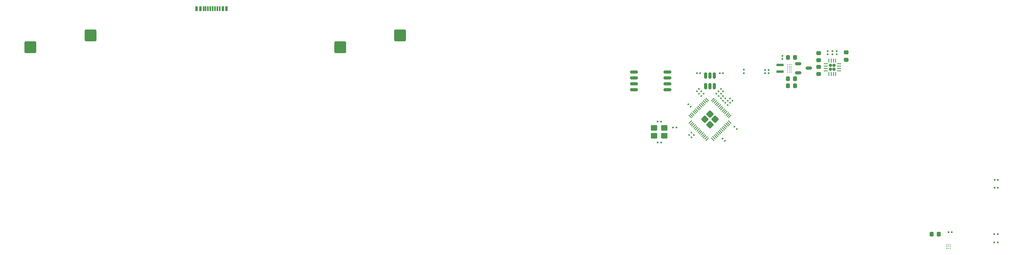
<source format=gbr>
%TF.GenerationSoftware,KiCad,Pcbnew,9.0.3*%
%TF.CreationDate,2025-07-16T09:35:22-04:00*%
%TF.ProjectId,board,626f6172-642e-46b6-9963-61645f706362,rev?*%
%TF.SameCoordinates,Original*%
%TF.FileFunction,Paste,Bot*%
%TF.FilePolarity,Positive*%
%FSLAX46Y46*%
G04 Gerber Fmt 4.6, Leading zero omitted, Abs format (unit mm)*
G04 Created by KiCad (PCBNEW 9.0.3) date 2025-07-16 09:35:22*
%MOMM*%
%LPD*%
G01*
G04 APERTURE LIST*
G04 Aperture macros list*
%AMRoundRect*
0 Rectangle with rounded corners*
0 $1 Rounding radius*
0 $2 $3 $4 $5 $6 $7 $8 $9 X,Y pos of 4 corners*
0 Add a 4 corners polygon primitive as box body*
4,1,4,$2,$3,$4,$5,$6,$7,$8,$9,$2,$3,0*
0 Add four circle primitives for the rounded corners*
1,1,$1+$1,$2,$3*
1,1,$1+$1,$4,$5*
1,1,$1+$1,$6,$7*
1,1,$1+$1,$8,$9*
0 Add four rect primitives between the rounded corners*
20,1,$1+$1,$2,$3,$4,$5,0*
20,1,$1+$1,$4,$5,$6,$7,0*
20,1,$1+$1,$6,$7,$8,$9,0*
20,1,$1+$1,$8,$9,$2,$3,0*%
G04 Aperture macros list end*
%ADD10RoundRect,0.250000X1.025000X1.000000X-1.025000X1.000000X-1.025000X-1.000000X1.025000X-1.000000X0*%
%ADD11R,0.300000X1.100000*%
%ADD12R,0.600000X1.100000*%
%ADD13RoundRect,0.079500X0.014849X-0.127279X0.127279X-0.014849X-0.014849X0.127279X-0.127279X0.014849X0*%
%ADD14RoundRect,0.079500X0.079500X0.100500X-0.079500X0.100500X-0.079500X-0.100500X0.079500X-0.100500X0*%
%ADD15RoundRect,0.079500X-0.100500X0.079500X-0.100500X-0.079500X0.100500X-0.079500X0.100500X0.079500X0*%
%ADD16RoundRect,0.079500X-0.014849X0.127279X-0.127279X0.014849X0.014849X-0.127279X0.127279X-0.014849X0*%
%ADD17RoundRect,0.079500X0.127279X0.014849X0.014849X0.127279X-0.127279X-0.014849X-0.014849X-0.127279X0*%
%ADD18RoundRect,0.249999X0.558616X0.000000X0.000000X0.558616X-0.558616X0.000000X0.000000X-0.558616X0*%
%ADD19RoundRect,0.050000X0.309359X-0.238649X-0.238649X0.309359X-0.309359X0.238649X0.238649X-0.309359X0*%
%ADD20RoundRect,0.050000X0.309359X0.238649X0.238649X0.309359X-0.309359X-0.238649X-0.238649X-0.309359X0*%
%ADD21RoundRect,0.225000X-0.250000X0.225000X-0.250000X-0.225000X0.250000X-0.225000X0.250000X0.225000X0*%
%ADD22RoundRect,0.079500X-0.127279X-0.014849X-0.014849X-0.127279X0.127279X0.014849X0.014849X0.127279X0*%
%ADD23RoundRect,0.225000X0.225000X0.250000X-0.225000X0.250000X-0.225000X-0.250000X0.225000X-0.250000X0*%
%ADD24RoundRect,0.162500X0.650000X0.162500X-0.650000X0.162500X-0.650000X-0.162500X0.650000X-0.162500X0*%
%ADD25RoundRect,0.079500X0.100500X-0.079500X0.100500X0.079500X-0.100500X0.079500X-0.100500X-0.079500X0*%
%ADD26C,0.270000*%
%ADD27RoundRect,0.225000X-0.225000X-0.250000X0.225000X-0.250000X0.225000X0.250000X-0.225000X0.250000X0*%
%ADD28RoundRect,0.160000X0.160000X0.160000X-0.160000X0.160000X-0.160000X-0.160000X0.160000X-0.160000X0*%
%ADD29RoundRect,0.062500X0.375000X0.062500X-0.375000X0.062500X-0.375000X-0.062500X0.375000X-0.062500X0*%
%ADD30RoundRect,0.062500X0.062500X0.375000X-0.062500X0.375000X-0.062500X-0.375000X0.062500X-0.375000X0*%
%ADD31RoundRect,0.225000X0.250000X-0.225000X0.250000X0.225000X-0.250000X0.225000X-0.250000X-0.225000X0*%
%ADD32RoundRect,0.250000X-0.450000X-0.350000X0.450000X-0.350000X0.450000X0.350000X-0.450000X0.350000X0*%
%ADD33RoundRect,0.079500X-0.079500X-0.100500X0.079500X-0.100500X0.079500X0.100500X-0.079500X0.100500X0*%
%ADD34RoundRect,0.150000X-0.512500X-0.150000X0.512500X-0.150000X0.512500X0.150000X-0.512500X0.150000X0*%
%ADD35RoundRect,0.137500X-0.662500X0.137500X-0.662500X-0.137500X0.662500X-0.137500X0.662500X0.137500X0*%
%ADD36RoundRect,0.150000X0.150000X-0.512500X0.150000X0.512500X-0.150000X0.512500X-0.150000X-0.512500X0*%
G04 APERTURE END LIST*
D10*
%TO.C,SW1*%
X36785000Y-32240000D03*
X23858000Y-34780000D03*
%TD*%
%TO.C,SW2*%
X103385000Y-32240000D03*
X90458000Y-34780000D03*
%TD*%
D11*
%TO.C,J1*%
X61080750Y-26450000D03*
X62080750Y-26450000D03*
X63580750Y-26450000D03*
X64580750Y-26450000D03*
D12*
X65230750Y-26450000D03*
X66030750Y-26450000D03*
D11*
X64080750Y-26450000D03*
X63080750Y-26450000D03*
X62580750Y-26450000D03*
X61580750Y-26450000D03*
D12*
X60430750Y-26450000D03*
X59630750Y-26450000D03*
%TD*%
D13*
%TO.C,C21*%
X173821912Y-47255905D03*
X174309816Y-46768001D03*
%TD*%
D14*
%TO.C,R16*%
X231890000Y-65050000D03*
X231200000Y-65050000D03*
%TD*%
D15*
%TO.C,R7*%
X182592501Y-39697500D03*
X182592501Y-40387500D03*
%TD*%
D14*
%TO.C,R19*%
X231850000Y-76750000D03*
X231160000Y-76750000D03*
%TD*%
D16*
%TO.C,C19*%
X166036665Y-53202673D03*
X165548761Y-53690577D03*
%TD*%
D14*
%TO.C,R18*%
X231850000Y-75000000D03*
X231160000Y-75000000D03*
%TD*%
D17*
%TO.C,C10*%
X168653938Y-44780055D03*
X168166034Y-44292151D03*
%TD*%
D13*
%TO.C,C9*%
X173326937Y-46760930D03*
X173814841Y-46273026D03*
%TD*%
D14*
%TO.C,C36*%
X222025000Y-74590000D03*
X221335000Y-74590000D03*
%TD*%
D16*
%TO.C,C17*%
X171834943Y-44293127D03*
X171347039Y-44781031D03*
%TD*%
D18*
%TO.C,U1*%
X170000000Y-51431371D03*
X171131371Y-50300000D03*
X168868629Y-50300000D03*
X170000000Y-49168629D03*
D19*
X174269157Y-50892202D03*
X173986314Y-51175045D03*
X173703472Y-51457887D03*
X173420629Y-51740730D03*
X173137786Y-52023573D03*
X172854944Y-52306415D03*
X172572101Y-52589258D03*
X172289258Y-52872101D03*
X172006415Y-53154944D03*
X171723573Y-53437786D03*
X171440730Y-53720629D03*
X171157887Y-54003472D03*
X170875045Y-54286314D03*
X170592202Y-54569157D03*
D20*
X169407798Y-54569157D03*
X169124955Y-54286314D03*
X168842113Y-54003472D03*
X168559270Y-53720629D03*
X168276427Y-53437786D03*
X167993585Y-53154944D03*
X167710742Y-52872101D03*
X167427899Y-52589258D03*
X167145056Y-52306415D03*
X166862214Y-52023573D03*
X166579371Y-51740730D03*
X166296528Y-51457887D03*
X166013686Y-51175045D03*
X165730843Y-50892202D03*
D19*
X165730843Y-49707798D03*
X166013686Y-49424955D03*
X166296528Y-49142113D03*
X166579371Y-48859270D03*
X166862214Y-48576427D03*
X167145056Y-48293585D03*
X167427899Y-48010742D03*
X167710742Y-47727899D03*
X167993585Y-47445056D03*
X168276427Y-47162214D03*
X168559270Y-46879371D03*
X168842113Y-46596528D03*
X169124955Y-46313686D03*
X169407798Y-46030843D03*
D20*
X170592202Y-46030843D03*
X170875045Y-46313686D03*
X171157887Y-46596528D03*
X171440730Y-46879371D03*
X171723573Y-47162214D03*
X172006415Y-47445056D03*
X172289258Y-47727899D03*
X172572101Y-48010742D03*
X172854944Y-48293585D03*
X173137786Y-48576427D03*
X173420629Y-48859270D03*
X173703472Y-49142113D03*
X173986314Y-49424955D03*
X174269157Y-49707798D03*
%TD*%
D17*
%TO.C,C14*%
X165859890Y-47574104D03*
X165371986Y-47086200D03*
%TD*%
D21*
%TO.C,C34*%
X193400000Y-36025000D03*
X193400000Y-37575000D03*
%TD*%
D22*
%TO.C,C13*%
X175271481Y-51894526D03*
X175759385Y-52382430D03*
%TD*%
D14*
%TO.C,R9*%
X162763628Y-52100000D03*
X162073628Y-52100000D03*
%TD*%
D23*
%TO.C,C35*%
X219225000Y-74970000D03*
X217675000Y-74970000D03*
%TD*%
D24*
%TO.C,U5*%
X160837500Y-40095000D03*
X160837500Y-41365000D03*
X160837500Y-42635000D03*
X160837500Y-43905000D03*
X153662500Y-43905000D03*
X153662500Y-42635000D03*
X153662500Y-41365000D03*
X153662500Y-40095000D03*
%TD*%
D25*
%TO.C,C5*%
X185600000Y-37345000D03*
X185600000Y-36655000D03*
%TD*%
D16*
%TO.C,C15*%
X167659574Y-43794714D03*
X167171670Y-44282618D03*
%TD*%
D14*
%TO.C,C23*%
X159463629Y-55250000D03*
X158773629Y-55250000D03*
%TD*%
D26*
%TO.C,U8*%
X221650000Y-77250000D03*
X221250000Y-77250000D03*
X220850000Y-77250000D03*
X221650000Y-77650000D03*
X221250000Y-77650000D03*
X220850000Y-77650000D03*
X221650000Y-78050000D03*
X221250000Y-78050000D03*
X220850000Y-78050000D03*
%TD*%
D22*
%TO.C,C8*%
X174316888Y-45778051D03*
X174804792Y-46265955D03*
%TD*%
D27*
%TO.C,C7*%
X186725000Y-41600000D03*
X188275000Y-41600000D03*
%TD*%
D28*
%TO.C,U2*%
X196700000Y-39500000D03*
X196700000Y-38700000D03*
X195900000Y-39500000D03*
X195900000Y-38700000D03*
D29*
X197737500Y-38350000D03*
X197737500Y-38850000D03*
X197737500Y-39350000D03*
X197737500Y-39850000D03*
D30*
X197050000Y-40537500D03*
X196550000Y-40537500D03*
X196050000Y-40537500D03*
X195550000Y-40537500D03*
D29*
X194862500Y-39850000D03*
X194862500Y-39350000D03*
X194862500Y-38850000D03*
X194862500Y-38350000D03*
D30*
X195550000Y-37662500D03*
X196050000Y-37662500D03*
X196550000Y-37662500D03*
X197050000Y-37662500D03*
%TD*%
D31*
%TO.C,C1*%
X199300000Y-37475000D03*
X199300000Y-35925000D03*
%TD*%
D15*
%TO.C,R4*%
X196300000Y-35655000D03*
X196300000Y-36345000D03*
%TD*%
D17*
%TO.C,C12*%
X168158963Y-45275031D03*
X167671059Y-44787127D03*
%TD*%
D32*
%TO.C,Y1*%
X158018629Y-52150000D03*
X160218629Y-52150000D03*
X160218629Y-53850000D03*
X158018629Y-53850000D03*
%TD*%
D25*
%TO.C,C22*%
X177242500Y-40337500D03*
X177242500Y-39647500D03*
%TD*%
D33*
%TO.C,R1*%
X167205000Y-40350000D03*
X167895000Y-40350000D03*
%TD*%
D14*
%TO.C,R15*%
X231890000Y-63300000D03*
X231200000Y-63300000D03*
%TD*%
D13*
%TO.C,C20*%
X171842013Y-45276006D03*
X172329917Y-44788102D03*
%TD*%
D22*
%TO.C,C18*%
X172340524Y-43801688D03*
X172828428Y-44289592D03*
%TD*%
D15*
%TO.C,R8*%
X181892501Y-39697500D03*
X181892501Y-40387500D03*
%TD*%
D16*
%TO.C,C16*%
X166531641Y-53697648D03*
X166043737Y-54185552D03*
%TD*%
D13*
%TO.C,R10*%
X172831962Y-46265956D03*
X173319866Y-45778052D03*
%TD*%
D34*
%TO.C,U4*%
X189000000Y-40250000D03*
X189000000Y-38350000D03*
X191275000Y-39300000D03*
%TD*%
D25*
%TO.C,R3*%
X197300000Y-36345000D03*
X197300000Y-35655000D03*
%TD*%
D27*
%TO.C,C4*%
X186725000Y-37000000D03*
X188275000Y-37000000D03*
%TD*%
D35*
%TO.C,L1*%
X185075000Y-38575000D03*
X185075000Y-40025000D03*
%TD*%
D36*
%TO.C,U6*%
X170950000Y-43137500D03*
X170000000Y-43137500D03*
X169050000Y-43137500D03*
X169050000Y-40862500D03*
X170000000Y-40862500D03*
X170950000Y-40862500D03*
%TD*%
D14*
%TO.C,C24*%
X159463629Y-50750000D03*
X158773629Y-50750000D03*
%TD*%
D22*
%TO.C,C11*%
X172725896Y-54440110D03*
X173213800Y-54928014D03*
%TD*%
D26*
%TO.C,U3*%
X187475000Y-38500000D03*
X187075000Y-38500000D03*
X186675000Y-38500000D03*
X187475000Y-38900000D03*
X187075000Y-38900000D03*
X186675000Y-38900000D03*
X187475000Y-39300000D03*
X187075000Y-39300000D03*
X186675000Y-39300000D03*
X187475000Y-39700000D03*
X187075000Y-39700000D03*
X186675000Y-39700000D03*
X187475000Y-40100000D03*
X187075000Y-40100000D03*
X186675000Y-40100000D03*
%TD*%
D16*
%TO.C,R11*%
X172824893Y-45283076D03*
X172336989Y-45770980D03*
%TD*%
D33*
%TO.C,R2*%
X172105000Y-40350000D03*
X172795000Y-40350000D03*
%TD*%
D15*
%TO.C,C2*%
X195300000Y-35655000D03*
X195300000Y-36345000D03*
%TD*%
D27*
%TO.C,C6*%
X186725000Y-43100000D03*
X188275000Y-43100000D03*
%TD*%
D31*
%TO.C,C3*%
X193400000Y-40575000D03*
X193400000Y-39025000D03*
%TD*%
M02*

</source>
